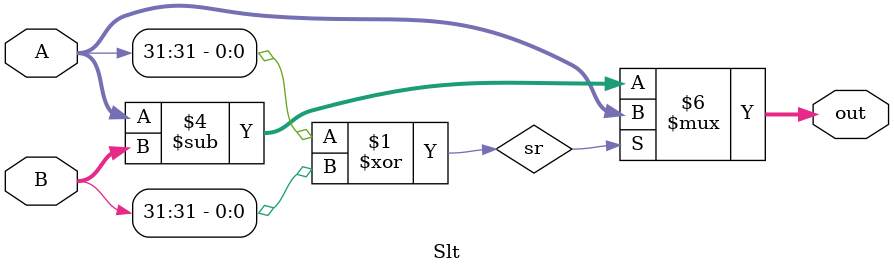
<source format=v>
`timescale 1ns / 1ps

module ALU(
    input [31:0] A, B,
    input [3:0] opCode,
    output myCarry, over,
    output reg [31:0] myOut
);

wire [31:0] out_1, out_2, out_3;
Slt s (A, B, out_3);
CLH_Adder32 sum (A, B, 1'b0, out_1, myCarry, over);
CLH_Adder32 sub (A, B, 1'b1, out_2, myCarry, over);

always @(*) begin
    case (opCode[3:0])
    4'b0001  :  myOut = out_1;
    4'b0011  :  myOut = out_2;
    4'b0100  :  myOut = (A & B);
    4'b1000  :  myOut = (A | B);
    4'b1010  :  myOut = out_3;
    4'b1101  :  myOut = ~A;
    4'b1111  :  myOut = ~(A | B);
     
    endcase
    

 end

endmodule

module CLH_Adder32(
    input[31:0] A, B,
    input S,
    output[31:0] SUM,
    output carry, over
);
    
    wire w1, w2, w3, w4, w5, w6, w7,c_in;
    xor(c_in, 0, S);
    Adder4Bit a1(A[3:0], B[3:0], c_in, S, SUM[3:0], w1);
    Adder4Bit a2(A[7:4], B[7:4], w1, S, SUM[7:4], w2);
    Adder4Bit a3(A[11:8], B[11:8], w2,S, SUM[11:8], w3);
    Adder4Bit a4(A[15:12], B[15:12], w3,S, SUM[15:12], w4);
    Adder4Bit a5(A[19:16], B[19:16], w4,S, SUM[19:16], w5);
    Adder4Bit a6(A[23:20], B[23:20], w5,S, SUM[23:20], w6);
    Adder4Bit a7(A[27:24], B[27:24], w6,S, SUM[27:24], w7);
    Adder4Bit a8(A[31:28], B[31:28], w7,S, SUM[31:28], carry);

    assign over = ( A[31] & B[31] & ~SUM[31]) | ( ~A[31] & ~B[31] & SUM[31]);

endmodule


module Adder4Bit(
	input [3:0] A,B,
	input cin, S,
	output [3:0] SUM,
	output carry
);
	wire c1, c2, c3;
	wire c_in;
	
	Adder F0(SUM[0],c1,A[0],B[0],cin, S);
	Adder F1(SUM[1],c2,A[1],B[1],c1, S);
	Adder F2(SUM[2],c3,A[2],B[2],c2, S);
	Adder F3(SUM[3],carry,A[3],B[3],c3, S);

endmodule


module Adder(
	output sum, cout,
	input a, b, cin, s
);
	wire c1,c2,c3;
	wire x;
	
	xor (x, b, s);
	xor (sum,a,x,cin);
	and (c1,a,x);
	and (c2,a,cin);
	and (c3,x,cin);
	or (cout,c1,c2,c3);
	
endmodule



module Slt(input [31:0] A, B,
    output reg [31:0] out
);
    wire sr;
    reg [31:0] sub;
    xor(sr, A[31], B[31]);
    
    always @(*)begin
        if (sr == 1'b1) begin
              out = A;
        end
        else begin
            sub = A-B;
            out = sub;
        end
    end


endmodule



</source>
